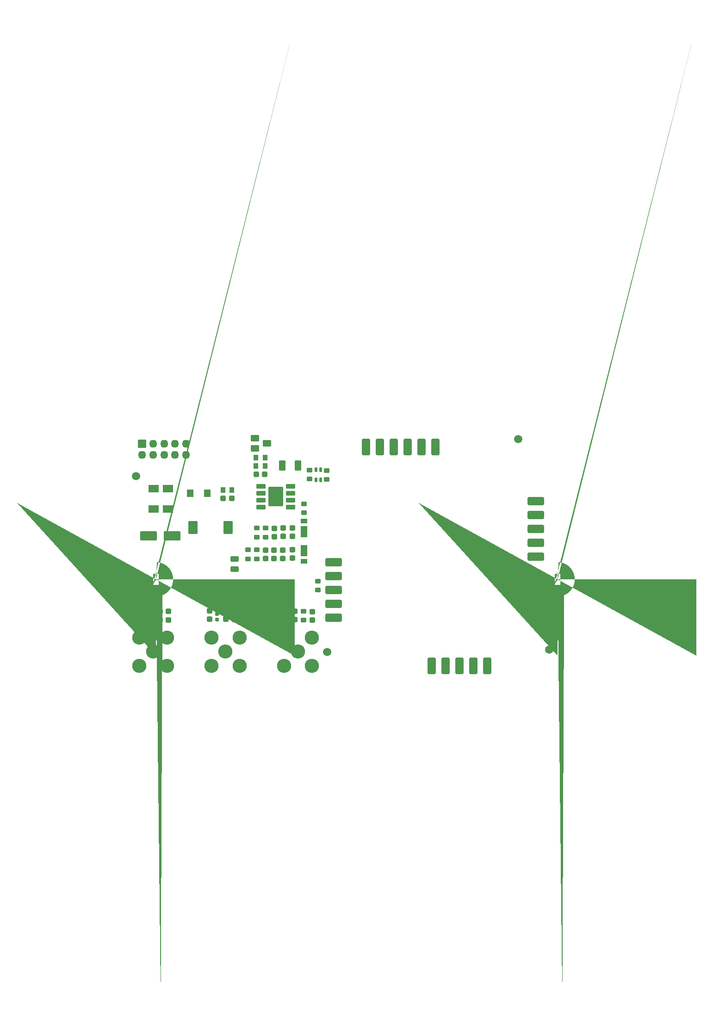
<source format=gts>
G04 #@! TF.GenerationSoftware,KiCad,Pcbnew,9.0.0*
G04 #@! TF.CreationDate,2025-08-29T11:38:16+03:00*
G04 #@! TF.ProjectId,GSM_PCBSMAFRAHT,47534d5f-5043-4425-934d-414652414854,rev?*
G04 #@! TF.SameCoordinates,Original*
G04 #@! TF.FileFunction,Soldermask,Top*
G04 #@! TF.FilePolarity,Negative*
%FSLAX46Y46*%
G04 Gerber Fmt 4.6, Leading zero omitted, Abs format (unit mm)*
G04 Created by KiCad (PCBNEW 9.0.0) date 2025-08-29 11:38:16*
%MOMM*%
%LPD*%
G01*
G04 APERTURE LIST*
G04 Aperture macros list*
%AMRoundRect*
0 Rectangle with rounded corners*
0 $1 Rounding radius*
0 $2 $3 $4 $5 $6 $7 $8 $9 X,Y pos of 4 corners*
0 Add a 4 corners polygon primitive as box body*
4,1,4,$2,$3,$4,$5,$6,$7,$8,$9,$2,$3,0*
0 Add four circle primitives for the rounded corners*
1,1,$1+$1,$2,$3*
1,1,$1+$1,$4,$5*
1,1,$1+$1,$6,$7*
1,1,$1+$1,$8,$9*
0 Add four rect primitives between the rounded corners*
20,1,$1+$1,$2,$3,$4,$5,0*
20,1,$1+$1,$4,$5,$6,$7,0*
20,1,$1+$1,$6,$7,$8,$9,0*
20,1,$1+$1,$8,$9,$2,$3,0*%
%AMFreePoly0*
4,1,113,0.179506,3.145604,0.524957,3.106681,0.530573,3.105726,0.869494,3.028370,0.874968,3.026793,1.203097,2.911976,1.208360,2.909796,1.521570,2.758962,1.526556,2.756207,1.820908,2.571253,1.825554,2.567956,2.097347,2.351208,2.101595,2.347412,2.347412,2.101595,2.351208,2.097347,2.567956,1.825554,2.571253,1.820908,2.756207,1.526556,2.758962,1.521570,2.909796,1.208360,
2.911976,1.203097,3.026793,0.874968,3.028370,0.869494,3.105726,0.530573,3.106681,0.524957,3.145604,0.179506,3.145923,0.173818,3.145923,-0.173818,3.145604,-0.179506,3.106681,-0.524957,3.105726,-0.530573,3.028370,-0.869494,3.026793,-0.874968,2.911976,-1.203097,2.909796,-1.208360,2.758962,-1.521570,2.756207,-1.526556,2.571253,-1.820908,2.567956,-1.825554,2.351208,-2.097347,
2.347412,-2.101595,2.101595,-2.347412,2.097347,-2.351208,1.825554,-2.567956,1.820908,-2.571253,1.526556,-2.756207,1.521570,-2.758962,1.208360,-2.909796,1.203097,-2.911976,0.874968,-3.026793,0.869494,-3.028370,0.530573,-3.105726,0.524957,-3.106681,0.179506,-3.145604,0.173818,-3.145923,-0.173818,-3.145923,-0.179506,-3.145604,-0.524957,-3.106681,-0.530573,-3.105726,-0.869494,-3.028370,
-0.874968,-3.026793,-1.203097,-2.911976,-1.208360,-2.909796,-1.521570,-2.758962,-1.526556,-2.756207,-1.820908,-2.571253,-1.825554,-2.567956,-2.097347,-2.351208,-2.101595,-2.347412,-2.347412,-2.101595,-2.351208,-2.097347,-2.567956,-1.825554,-2.571253,-1.820908,-2.756207,-1.526556,-2.758962,-1.521570,-2.909796,-1.208360,-2.911976,-1.203097,-3.026793,-0.874968,-3.028370,-0.869494,-3.105726,-0.530573,
-3.106681,-0.524957,-3.145604,-0.179506,-3.145923,-0.173818,-3.145923,0.173818,-3.145604,0.179506,-3.106681,0.524957,-3.105726,0.530573,-3.028370,0.869494,-3.026793,0.874968,-2.911976,1.203097,-2.909796,1.208360,-2.758962,1.521570,-2.756207,1.526556,-2.571253,1.820908,-2.567956,1.825554,-2.351208,2.097347,-2.347412,2.101595,-2.101595,2.347412,-2.097347,2.351208,-1.825554,2.567956,
-1.820908,2.571253,-1.526556,2.756207,-1.521570,2.758962,-1.208360,2.909796,-1.203097,2.911976,-0.874968,3.026793,-0.869494,3.028370,-0.530573,3.105726,-0.524957,3.106681,-0.179506,3.145604,-0.173818,3.145923,0.173818,3.145923,0.179506,3.145604,0.179506,3.145604,$1*%
G04 Aperture macros list end*
%ADD10RoundRect,0.250400X-0.275400X0.250400X-0.275400X-0.250400X0.275400X-0.250400X0.275400X0.250400X0*%
%ADD11C,1.500000*%
%ADD12RoundRect,0.250400X0.250400X0.275400X-0.250400X0.275400X-0.250400X-0.275400X0.250400X-0.275400X0*%
%ADD13RoundRect,0.050800X0.700000X-0.500000X0.700000X0.500000X-0.700000X0.500000X-0.700000X-0.500000X0*%
%ADD14RoundRect,0.225400X0.225400X0.300400X-0.225400X0.300400X-0.225400X-0.300400X0.225400X-0.300400X0*%
%ADD15RoundRect,0.050800X0.800000X1.100000X-0.800000X1.100000X-0.800000X-1.100000X0.800000X-1.100000X0*%
%ADD16RoundRect,0.225400X0.300400X-0.225400X0.300400X0.225400X-0.300400X0.225400X-0.300400X-0.225400X0*%
%ADD17RoundRect,0.050800X0.560000X0.610000X-0.560000X0.610000X-0.560000X-0.610000X0.560000X-0.610000X0*%
%ADD18RoundRect,0.050800X0.550000X1.000000X-0.550000X1.000000X-0.550000X-1.000000X0.550000X-1.000000X0*%
%ADD19RoundRect,0.050800X0.550000X0.400000X-0.550000X0.400000X-0.550000X-0.400000X0.550000X-0.400000X0*%
%ADD20RoundRect,0.050800X0.200000X-0.375000X0.200000X0.375000X-0.200000X0.375000X-0.200000X-0.375000X0*%
%ADD21RoundRect,0.250400X0.275400X-0.250400X0.275400X0.250400X-0.275400X0.250400X-0.275400X-0.250400X0*%
%ADD22FreePoly0,270.000000*%
%ADD23O,2.601600X2.601600*%
%ADD24RoundRect,0.050800X-0.550000X-1.000000X0.550000X-1.000000X0.550000X1.000000X-0.550000X1.000000X0*%
%ADD25RoundRect,0.050800X-0.550000X-0.400000X0.550000X-0.400000X0.550000X0.400000X-0.550000X0.400000X0*%
%ADD26RoundRect,0.272087X-0.353713X-0.678713X0.353713X-0.678713X0.353713X0.678713X-0.353713X0.678713X0*%
%ADD27RoundRect,0.050800X-0.900000X0.615000X-0.900000X-0.615000X0.900000X-0.615000X0.900000X0.615000X0*%
%ADD28RoundRect,0.225400X-0.300400X0.225400X-0.300400X-0.225400X0.300400X-0.225400X0.300400X0.225400X0*%
%ADD29RoundRect,0.265875X1.284925X0.584925X-1.284925X0.584925X-1.284925X-0.584925X1.284925X-0.584925X0*%
%ADD30RoundRect,0.400400X-0.400400X1.150400X-0.400400X-1.150400X0.400400X-1.150400X0.400400X1.150400X0*%
%ADD31RoundRect,0.400400X-1.150400X-0.400400X1.150400X-0.400400X1.150400X0.400400X-1.150400X0.400400X0*%
%ADD32RoundRect,0.225400X-0.225400X-0.300400X0.225400X-0.300400X0.225400X0.300400X-0.225400X0.300400X0*%
%ADD33RoundRect,0.172900X-0.197900X0.172900X-0.197900X-0.172900X0.197900X-0.172900X0.197900X0.172900X0*%
%ADD34RoundRect,0.050800X0.762500X-0.350000X0.762500X0.350000X-0.762500X0.350000X-0.762500X-0.350000X0*%
%ADD35RoundRect,0.050800X-1.280000X-1.725000X1.280000X-1.725000X1.280000X1.725000X-1.280000X1.725000X0*%
%ADD36RoundRect,0.269150X0.481650X-0.269150X0.481650X0.269150X-0.481650X0.269150X-0.481650X-0.269150X0*%
%ADD37RoundRect,0.050800X-0.675000X0.675000X-0.675000X-0.675000X0.675000X-0.675000X0.675000X0.675000X0*%
%ADD38O,1.451600X1.451600*%
G04 APERTURE END LIST*
D10*
X103320000Y-98140000D03*
X103320000Y-99690000D03*
X90000000Y-109230000D03*
X90000000Y-110780000D03*
D11*
X152090000Y-116380000D03*
D12*
X100075000Y-84270000D03*
X98525000Y-84270000D03*
D10*
X101750000Y-98125000D03*
X101750000Y-99675000D03*
D13*
X98270000Y-77615000D03*
X98270000Y-79515000D03*
X100470000Y-78565000D03*
D12*
X94005000Y-88650000D03*
X92455000Y-88650000D03*
D14*
X100115000Y-82740000D03*
X98465000Y-82740000D03*
D15*
X93340000Y-93970000D03*
X86940000Y-93970000D03*
D16*
X107180000Y-110935000D03*
X107180000Y-109285000D03*
D17*
X89550000Y-87740000D03*
X86450000Y-87740000D03*
D18*
X107230000Y-98260000D03*
D19*
X107230000Y-100160000D03*
D10*
X105570000Y-109325000D03*
X105570000Y-110875000D03*
D11*
X76530000Y-84580000D03*
D20*
X109479618Y-85276520D03*
X110279618Y-85276520D03*
X110279618Y-83426520D03*
X109479618Y-83426520D03*
D16*
X80890000Y-110935000D03*
X80890000Y-109285000D03*
D21*
X105110000Y-95605000D03*
X105110000Y-94055000D03*
D11*
X146480000Y-77820000D03*
D22*
X80130000Y-103490000D03*
D23*
X106140000Y-116690000D03*
X103565000Y-114115000D03*
X108715000Y-114115000D03*
X108715000Y-119265000D03*
X103565000Y-119265000D03*
D10*
X94510000Y-109255000D03*
X94510000Y-110805000D03*
D24*
X107230000Y-94730000D03*
D25*
X107230000Y-92830000D03*
D11*
X111510000Y-116770000D03*
D16*
X109810000Y-105435000D03*
X109810000Y-103785000D03*
D21*
X103410000Y-95635000D03*
X103410000Y-94085000D03*
D10*
X79360000Y-109345000D03*
X79360000Y-110895000D03*
D26*
X103235000Y-82600000D03*
X106185000Y-82600000D03*
D21*
X92940000Y-110785000D03*
X92940000Y-109235000D03*
D27*
X82370000Y-90570000D03*
X79750000Y-90570000D03*
D10*
X105120000Y-98050000D03*
X105120000Y-99600000D03*
D28*
X98590000Y-94075000D03*
X98590000Y-95725000D03*
D29*
X83160000Y-95470000D03*
X78760000Y-95470000D03*
D22*
X153630000Y-103490000D03*
D30*
X140760000Y-119280000D03*
X138220000Y-119280000D03*
X135680000Y-119280000D03*
X133140000Y-119280000D03*
X130600000Y-119280000D03*
D31*
X112650000Y-110490000D03*
X112650000Y-107950000D03*
X112650000Y-105410000D03*
X112650000Y-102870000D03*
X112650000Y-100330000D03*
D30*
X118630000Y-79270000D03*
X121170000Y-79270000D03*
X123710000Y-79270000D03*
X126250000Y-79270000D03*
X128790000Y-79270000D03*
X131330000Y-79270000D03*
D31*
X149650000Y-89180000D03*
X149650000Y-91720000D03*
X149650000Y-94260000D03*
X149650000Y-96800000D03*
X149650000Y-99340000D03*
D10*
X82450000Y-109350000D03*
X82450000Y-110900000D03*
D32*
X92415000Y-87110000D03*
X94065000Y-87110000D03*
D28*
X111420000Y-83555000D03*
X111420000Y-85205000D03*
D32*
X98455000Y-81200000D03*
X100105000Y-81200000D03*
D28*
X107260000Y-89665000D03*
X107260000Y-91315000D03*
D23*
X92890000Y-116690000D03*
X90315000Y-114115000D03*
X95465000Y-114115000D03*
X95465000Y-119265000D03*
X90315000Y-119265000D03*
D10*
X108790000Y-109360000D03*
X108790000Y-110910000D03*
D33*
X91370000Y-109840000D03*
X91370000Y-110810000D03*
D34*
X99340000Y-86440000D03*
X99340000Y-87710000D03*
X99340000Y-88980000D03*
X99340000Y-90250000D03*
X104764000Y-90250000D03*
X104764000Y-88980000D03*
X104764000Y-87710000D03*
X104764000Y-86440000D03*
D35*
X102052000Y-88345000D03*
D36*
X94570000Y-101577500D03*
X94570000Y-99702500D03*
D27*
X82370000Y-86890000D03*
X79750000Y-86890000D03*
D23*
X79640000Y-116690000D03*
X77065000Y-114115000D03*
X82215000Y-114115000D03*
X82215000Y-119265000D03*
X77065000Y-119265000D03*
D16*
X108290000Y-85135000D03*
X108290000Y-83485000D03*
X97040000Y-99705000D03*
X97040000Y-98055000D03*
D28*
X98610000Y-98065000D03*
X98610000Y-99715000D03*
D10*
X100180000Y-98115000D03*
X100180000Y-99665000D03*
D28*
X100220000Y-94095000D03*
X100220000Y-95745000D03*
D21*
X101840000Y-95665000D03*
X101840000Y-94115000D03*
D37*
X77650000Y-78670000D03*
D38*
X77650000Y-80670000D03*
X79650000Y-78670000D03*
X79650000Y-80670000D03*
X81650000Y-78670000D03*
X81650000Y-80670000D03*
X83650000Y-78670000D03*
X83650000Y-80670000D03*
X85650000Y-78670000D03*
X85650000Y-80670000D03*
M02*

</source>
